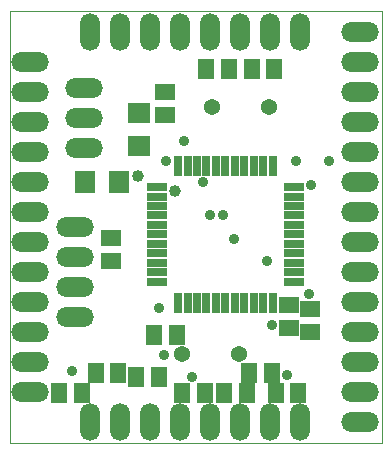
<source format=gbs>
%FSLAX44Y44*%
%MOMM*%
G71*
G01*
G75*
G04 Layer_Color=16711935*
%ADD10C,0.2540*%
G04:AMPARAMS|DCode=11|XSize=1.27mm|YSize=0.3556mm|CornerRadius=0.0356mm|HoleSize=0mm|Usage=FLASHONLY|Rotation=270.000|XOffset=0mm|YOffset=0mm|HoleType=Round|Shape=RoundedRectangle|*
%AMROUNDEDRECTD11*
21,1,1.2700,0.2845,0,0,270.0*
21,1,1.1989,0.3556,0,0,270.0*
1,1,0.0711,-0.1422,-0.5994*
1,1,0.0711,-0.1422,0.5994*
1,1,0.0711,0.1422,0.5994*
1,1,0.0711,0.1422,-0.5994*
%
%ADD11ROUNDEDRECTD11*%
G04:AMPARAMS|DCode=12|XSize=0.3556mm|YSize=1.27mm|CornerRadius=0.0356mm|HoleSize=0mm|Usage=FLASHONLY|Rotation=270.000|XOffset=0mm|YOffset=0mm|HoleType=Round|Shape=RoundedRectangle|*
%AMROUNDEDRECTD12*
21,1,0.3556,1.1989,0,0,270.0*
21,1,0.2845,1.2700,0,0,270.0*
1,1,0.0711,-0.5994,-0.1422*
1,1,0.0711,-0.5994,0.1422*
1,1,0.0711,0.5994,0.1422*
1,1,0.0711,0.5994,-0.1422*
%
%ADD12ROUNDEDRECTD12*%
G04:AMPARAMS|DCode=13|XSize=3.302mm|YSize=3.302mm|CornerRadius=0.3302mm|HoleSize=0mm|Usage=FLASHONLY|Rotation=270.000|XOffset=0mm|YOffset=0mm|HoleType=Round|Shape=RoundedRectangle|*
%AMROUNDEDRECTD13*
21,1,3.3020,2.6416,0,0,270.0*
21,1,2.6416,3.3020,0,0,270.0*
1,1,0.6604,-1.3208,-1.3208*
1,1,0.6604,-1.3208,1.3208*
1,1,0.6604,1.3208,1.3208*
1,1,0.6604,1.3208,-1.3208*
%
%ADD13ROUNDEDRECTD13*%
%ADD14R,1.5240X1.3208*%
%ADD15R,2.4130X2.8194*%
%ADD16R,1.8034X1.6002*%
%ADD17R,1.5240X1.5240*%
%ADD18R,1.3208X1.5240*%
%ADD19R,1.5240X1.5240*%
%ADD20R,1.6002X1.8034*%
%ADD21C,0.6096*%
%ADD22C,0.4064*%
%ADD23C,0.3048*%
%ADD24C,0.0864*%
%ADD25C,0.0500*%
%ADD26C,1.2192*%
%ADD27O,3.0480X1.5240*%
%ADD28O,1.5240X3.0480*%
%ADD29C,0.7580*%
%ADD30C,0.8596*%
%ADD31R,0.5080X1.5240*%
%ADD32R,1.5240X0.5080*%
%ADD33C,0.1524*%
%ADD34C,0.1270*%
%ADD35C,0.2032*%
%ADD36R,0.3250X0.4318*%
%ADD37R,0.3302X0.4318*%
%ADD38R,0.3528X0.3556*%
%ADD39R,0.4318X0.3250*%
%ADD40R,0.4318X0.3302*%
%ADD41R,0.3556X0.3528*%
G04:AMPARAMS|DCode=42|XSize=1.42mm|YSize=0.5056mm|CornerRadius=0.1106mm|HoleSize=0mm|Usage=FLASHONLY|Rotation=270.000|XOffset=0mm|YOffset=0mm|HoleType=Round|Shape=RoundedRectangle|*
%AMROUNDEDRECTD42*
21,1,1.4200,0.2845,0,0,270.0*
21,1,1.1989,0.5056,0,0,270.0*
1,1,0.2211,-0.1422,-0.5994*
1,1,0.2211,-0.1422,0.5994*
1,1,0.2211,0.1422,0.5994*
1,1,0.2211,0.1422,-0.5994*
%
%ADD42ROUNDEDRECTD42*%
G04:AMPARAMS|DCode=43|XSize=0.5056mm|YSize=1.42mm|CornerRadius=0.1106mm|HoleSize=0mm|Usage=FLASHONLY|Rotation=270.000|XOffset=0mm|YOffset=0mm|HoleType=Round|Shape=RoundedRectangle|*
%AMROUNDEDRECTD43*
21,1,0.5056,1.1989,0,0,270.0*
21,1,0.2845,1.4200,0,0,270.0*
1,1,0.2211,-0.5994,-0.1422*
1,1,0.2211,-0.5994,0.1422*
1,1,0.2211,0.5994,0.1422*
1,1,0.2211,0.5994,-0.1422*
%
%ADD43ROUNDEDRECTD43*%
G04:AMPARAMS|DCode=44|XSize=3.452mm|YSize=3.452mm|CornerRadius=0.4052mm|HoleSize=0mm|Usage=FLASHONLY|Rotation=270.000|XOffset=0mm|YOffset=0mm|HoleType=Round|Shape=RoundedRectangle|*
%AMROUNDEDRECTD44*
21,1,3.4520,2.6416,0,0,270.0*
21,1,2.6416,3.4520,0,0,270.0*
1,1,0.8104,-1.3208,-1.3208*
1,1,0.8104,-1.3208,1.3208*
1,1,0.8104,1.3208,1.3208*
1,1,0.8104,1.3208,-1.3208*
%
%ADD44ROUNDEDRECTD44*%
%ADD45R,1.6740X1.4708*%
%ADD46R,2.5630X2.9694*%
%ADD47R,1.9534X1.7502*%
%ADD48R,1.6740X1.6740*%
%ADD49R,1.4708X1.6740*%
%ADD50R,1.6740X1.6740*%
%ADD51R,1.7502X1.9534*%
%ADD52C,1.3692*%
%ADD53O,3.1980X1.6740*%
%ADD54O,1.6740X3.1980*%
%ADD55C,0.9080*%
%ADD56C,1.0096*%
%ADD57R,0.6580X1.6740*%
%ADD58R,1.6740X0.6580*%
D25*
X0Y365506D02*
X314960D01*
X0Y0D02*
X314960D01*
X0D02*
X314960D01*
Y365506D01*
X0D02*
X314960D01*
X0Y0D02*
Y365506D01*
D45*
X131826Y278028D02*
D03*
Y297180D02*
D03*
X254000Y113132D02*
D03*
Y93980D02*
D03*
X236728Y116688D02*
D03*
Y97536D02*
D03*
X86106Y173330D02*
D03*
Y154178D02*
D03*
D47*
X109474Y279654D02*
D03*
Y251210D02*
D03*
D49*
X185776Y316230D02*
D03*
X166624D02*
D03*
X204876D02*
D03*
X224028D02*
D03*
X141326Y91694D02*
D03*
X122174D02*
D03*
X203098Y58928D02*
D03*
X222250D02*
D03*
X61062Y42164D02*
D03*
X41910D02*
D03*
X92050Y59182D02*
D03*
X72898D02*
D03*
X107340Y56134D02*
D03*
X126492D02*
D03*
X146202Y42164D02*
D03*
X165354D02*
D03*
X201016D02*
D03*
X181864D02*
D03*
X244450D02*
D03*
X225298D02*
D03*
D51*
X63754Y220726D02*
D03*
X92198D02*
D03*
D52*
X219456Y284480D02*
D03*
X171196D02*
D03*
X145796Y74930D02*
D03*
X194056D02*
D03*
D53*
X62738Y300228D02*
D03*
Y274828D02*
D03*
Y249428D02*
D03*
X55626Y106680D02*
D03*
Y132080D02*
D03*
Y157480D02*
D03*
Y182880D02*
D03*
X17526Y43180D02*
D03*
Y68580D02*
D03*
Y93980D02*
D03*
Y119380D02*
D03*
Y144780D02*
D03*
Y170180D02*
D03*
Y195580D02*
D03*
Y220980D02*
D03*
Y246380D02*
D03*
Y271780D02*
D03*
Y297180D02*
D03*
Y322580D02*
D03*
X296926Y17780D02*
D03*
Y43180D02*
D03*
Y68580D02*
D03*
Y93980D02*
D03*
Y119380D02*
D03*
Y144780D02*
D03*
Y170180D02*
D03*
Y195580D02*
D03*
Y220980D02*
D03*
Y246380D02*
D03*
Y271780D02*
D03*
Y297180D02*
D03*
Y322580D02*
D03*
Y347980D02*
D03*
D54*
X68326Y17780D02*
D03*
X93726D02*
D03*
X119126D02*
D03*
X144526D02*
D03*
X169926D02*
D03*
X195326D02*
D03*
X220726D02*
D03*
X246126D02*
D03*
X68326Y347980D02*
D03*
X93726D02*
D03*
X119126D02*
D03*
X144526D02*
D03*
X169926D02*
D03*
X195326D02*
D03*
X220726D02*
D03*
X246126D02*
D03*
D55*
X53086Y60706D02*
D03*
X255270Y217932D02*
D03*
X126238Y113792D02*
D03*
X253746Y126238D02*
D03*
X130810Y74676D02*
D03*
X222504Y99568D02*
D03*
X154178Y56134D02*
D03*
X234950Y57658D02*
D03*
X147574Y255778D02*
D03*
X163576Y220980D02*
D03*
X169672Y193040D02*
D03*
X132334Y238252D02*
D03*
X189992Y172720D02*
D03*
X180594Y193040D02*
D03*
X217932Y154178D02*
D03*
X242824Y238252D02*
D03*
X270764D02*
D03*
D56*
X140208Y213360D02*
D03*
X108966Y225806D02*
D03*
D57*
X142494Y234530D02*
D03*
X150622D02*
D03*
X158496D02*
D03*
X166624D02*
D03*
X174498D02*
D03*
X182626D02*
D03*
X190626D02*
D03*
X198626D02*
D03*
X206626D02*
D03*
X214626D02*
D03*
X222626D02*
D03*
Y118364D02*
D03*
X214626D02*
D03*
X206626D02*
D03*
X198626D02*
D03*
X190626D02*
D03*
X182626D02*
D03*
X174498D02*
D03*
X166624D02*
D03*
X158496D02*
D03*
X150622D02*
D03*
X142494D02*
D03*
D58*
X240626Y216530D02*
D03*
Y208530D02*
D03*
Y200530D02*
D03*
Y192530D02*
D03*
Y184530D02*
D03*
Y176530D02*
D03*
Y168402D02*
D03*
Y160528D02*
D03*
Y152400D02*
D03*
Y144526D02*
D03*
Y136398D02*
D03*
X124460D02*
D03*
Y144526D02*
D03*
Y152400D02*
D03*
Y160528D02*
D03*
Y168402D02*
D03*
Y176530D02*
D03*
Y184530D02*
D03*
Y192530D02*
D03*
Y200530D02*
D03*
Y208530D02*
D03*
Y216530D02*
D03*
M02*

</source>
